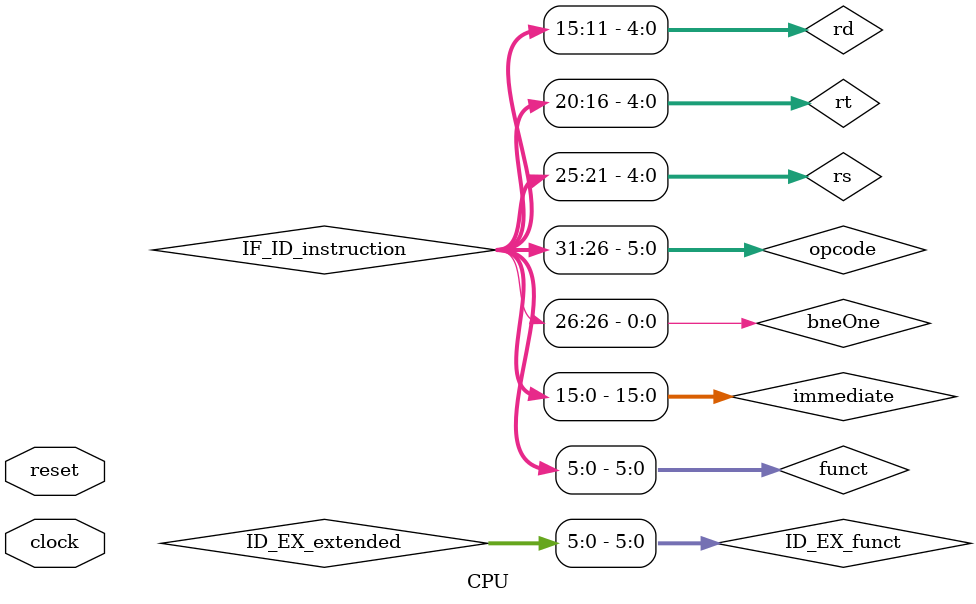
<source format=v>


// Dimitrios Paraschas (paraschas@gmail.com)
////////////////////////////////////////////////////////////////////////////////

// inf.uth.gr
// ce232 Computer Organization and Design
////////////////////////////////////////////////////////////////////////////////

// lab 9
// implementation of a subset of MIPS instruction five stages pipeline CPU
////////////////////////////////////////////////////////////////////////////////

`include "constants.h"

`timescale 1ns/1ps

// modules
////////////////////////////////////////////////////////////////////////////////
module CPU (clock, reset);
    parameter INSTR_MEM_SIZE = 1024;
    parameter DATA_MEM_SIZE = 4096;
    input wire clock;
    input wire reset;

    wire [31:0] pc_next;
    wire [31:0] pc;
    // ProgramCounter (clock, reset, pc_next, pc);
    ProgramCounter ProgramCounter_0 (clock, reset, pc_next, pc);

    wire [31:0] pc_plus_four;
    // PCPlus4 (pc, pc_plus_four);
    PCPlus4 PCPlus4_0 (pc, pc_plus_four);

    wire [31:0] instruction;
    // InstructionMemory #(parameter N = 1024) (Address, Instruction);
    InstructionMemory #(INSTR_MEM_SIZE) InstructionMemory_0 (pc, instruction);

    wire [31:0] IF_ID_pc_plus_four;
    wire [31:0] IF_ID_instruction;
    // IF_ID (clock, pc_plus_four, IF_ID_pc_plus_four, instruction,
            // IF_ID_instruction);
    IF_ID IF_ID_0 (clock, pc_plus_four, IF_ID_pc_plus_four, instruction,
            IF_ID_instruction);

    wire [5:0] opcode;
    assign opcode = IF_ID_instruction[31:26];
    wire [4:0] rs;
    assign rs = IF_ID_instruction[25:21];
    wire [4:0] rt;
    assign rt = IF_ID_instruction[20:16];
    wire [4:0] rd;
    assign rd = IF_ID_instruction[15:11];
    //wire [4:0] shamt;
    //assign shamt = IF_ID_instruction[10:6];
    wire [5:0] funct;
    assign funct = IF_ID_instruction[5:0];
    wire [15:0] immediate;
    assign immediate = IF_ID_instruction[15:0];
    //wire [25:0] address;
    //assign address = IF_ID_instruction[25:0];

    wire RegWrite;
    wire RegDst;
    wire MemRead;
    wire MemWrite;
    wire MemToReg;
    wire Branch;
    wire ALUSrc;
    wire [1:0] ALUOp;
    // Control (Opcode, RegWrite, RegDst, MemRead, MemWrite, MemToReg, Branch,
            // ALUSrc, ALUOp);
    Control Control_0 (opcode, RegWrite, RegDst, MemRead, MemWrite,
            MemToReg, Branch, ALUSrc, ALUOp);

    wire [31:0] RegReadDataA;
    wire [31:0] RegReadDataB;
    wire [31:0] RegWriteData;
    // Registers (clock, reset, ReadAddressA, ReadDataA, ReadAddressB,
            // ReadDataB, WriteEnable, WriteAddress, WriteData);
    Registers Registers_0 (clock, reset, rs, RegReadDataA, rt, RegReadDataB,
            ID_EX_RegWrite, RegWriteAddress, RegWriteData);

    wire [31:0] extended;
    // SignExtender (immediate, extended);
    SignExtender SignExtender_0 (immediate, extended);

    // TODO
    // debug wire ID_EX_instruction
    wire [31:0] ID_EX_instruction;

    wire [31:0] ID_EX_pc_plus_four;
    wire [31:0] ID_EX_RegReadDataA;
    wire [31:0] ID_EX_RegReadDataB;
    wire [31:0] ID_EX_extended;
    wire ID_EX_RegWrite;
    wire ID_EX_RegDst;
    wire ID_EX_MemRead;
    wire ID_EX_MemWrite;
    wire ID_EX_MemToReg;
    wire ID_EX_Branch;
    wire ID_EX_ALUSrc;
    wire [1:0] ID_EX_ALUOp;
    wire [4:0] ID_EX_rt;
    wire [4:0] ID_EX_rd;
    // ID_EX (clock, IF_ID_pc_plus_four, ID_EX_pc_plus_four, RegReadDataA,
            // ID_EX_RegReadDataA, RegReadDataB, ID_EX_RegReadDataB, extended,
            // ID_EX_extended, RegWrite, ID_EX_RegWrite, RegDst, ID_EX_RegDst,
            // MemRead, ID_EX_MemRead, MemWrite, ID_EX_MemWrite, MemToReg,
            // ID_EX_MemToReg, Branch, ID_EX_Branch, ALUSrc, ID_EX_ALUSrc,
            // ALUOp, ID_EX_ALUOp, rt, ID_EX_rt, rd, ID_EX_rd);
    // TODO
    // debug ports IF_ID_instruction, ID_EX_instruction
    ID_EX ID_EX_0 (clock, IF_ID_instruction, ID_EX_instruction,
            IF_ID_pc_plus_four, ID_EX_pc_plus_four, RegReadDataA,
    //ID_EX ID_EX_0 (clock, IF_ID_pc_plus_four, ID_EX_pc_plus_four, RegReadDataA,
            ID_EX_RegReadDataA, RegReadDataB, ID_EX_RegReadDataB, extended,
            ID_EX_extended, RegWrite, ID_EX_RegWrite, RegDst, ID_EX_RegDst,
            MemRead, ID_EX_MemRead, MemWrite, ID_EX_MemWrite, MemToReg,
            ID_EX_MemToReg, Branch, ID_EX_Branch, ALUSrc, ID_EX_ALUSrc, ALUOp,
            ID_EX_ALUOp, rt, ID_EX_rt, rd, ID_EX_rd);

    wire [31:0] ALUArgB;
    // mux2to1 #(parameter N = 1) (inA, inB, select, out);
    mux2to1 #(32) MuxALUSrc (ID_EX_RegReadDataB, ID_EX_extended, ID_EX_ALUSrc,
            ALUArgB);

    wire [31:0] ALUResult;
    wire Zero;
    // ALU #(parameter N = 32) (op, inA, inB, out, zero);
    ALU ALU_0 (ALUCtrl, ID_EX_RegReadDataA, ALUArgB, ALUResult, Zero);

    wire [5:0] ID_EX_funct;
    assign ID_EX_funct = ID_EX_extended[5:0];

    wire [3:0] ALUCtrl;
    // ALUControl (Funct, ALUOp, ALUCtrl);
    ALUControl ALUControl_0 (ID_EX_funct, ID_EX_ALUOp, ALUCtrl);

    wire [4:0] RegWriteAddress;
    // mux2to1 #(parameter N = 1) (inA, inB, select, out);
    mux2to1 #(5) MuxRegDst (ID_EX_rt, ID_EX_rd, ID_EX_RegDst, RegWriteAddress);

    wire [31:0] branch_address;
    // BranchAdder (pc_plus_four, extended_times_four, branch_address);
    BranchAdder BranchAdder_0 (ID_EX_pc_plus_four, (ID_EX_extended << 2),
            branch_address);

    wire bneOne;
    assign bneOne = IF_ID_instruction[26];

    wire pc_chooser;
    // mux2to1 #(parameter N = 1) (inA, inB, select, out);
    mux2to1 #(1) MuxBeqBne (Zero, ~Zero, bneOne, pc_chooser);

    // mux2to1 #(parameter N = 1) (inA, inB, select, out);
    mux2to1 #(32) MuxPCNext (pc_plus_four, branch_address,
            (ID_EX_Branch && pc_chooser), pc_next);

    wire [31:0] MemReadData;
    // Memory #(parameter N = 4096) (clock, Address, ReadEnable, ReadData,
            // WriteEnable, WriteData);
    Memory #(DATA_MEM_SIZE) DataMemory_0 (clock, ALUResult, ID_EX_MemRead,
            MemReadData, ID_EX_MemWrite, ID_EX_RegReadDataB);

    // mux2to1 #(parameter N = 1) (inA, inB, select, out);
    mux2to1 #(32) MuxMemtoReg (ALUResult, MemReadData, ID_EX_MemToReg,
            RegWriteData);
endmodule
////////////////////////////////////////////////////////////////////////////////

</source>
